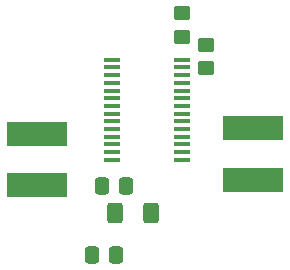
<source format=gbr>
%TF.GenerationSoftware,KiCad,Pcbnew,8.0.6-1.fc40*%
%TF.CreationDate,2024-12-02T14:58:13+01:00*%
%TF.ProjectId,PeltierDriver,50656c74-6965-4724-9472-697665722e6b,rev?*%
%TF.SameCoordinates,Original*%
%TF.FileFunction,Paste,Top*%
%TF.FilePolarity,Positive*%
%FSLAX46Y46*%
G04 Gerber Fmt 4.6, Leading zero omitted, Abs format (unit mm)*
G04 Created by KiCad (PCBNEW 8.0.6-1.fc40) date 2024-12-02 14:58:13*
%MOMM*%
%LPD*%
G01*
G04 APERTURE LIST*
G04 Aperture macros list*
%AMRoundRect*
0 Rectangle with rounded corners*
0 $1 Rounding radius*
0 $2 $3 $4 $5 $6 $7 $8 $9 X,Y pos of 4 corners*
0 Add a 4 corners polygon primitive as box body*
4,1,4,$2,$3,$4,$5,$6,$7,$8,$9,$2,$3,0*
0 Add four circle primitives for the rounded corners*
1,1,$1+$1,$2,$3*
1,1,$1+$1,$4,$5*
1,1,$1+$1,$6,$7*
1,1,$1+$1,$8,$9*
0 Add four rect primitives between the rounded corners*
20,1,$1+$1,$2,$3,$4,$5,0*
20,1,$1+$1,$4,$5,$6,$7,0*
20,1,$1+$1,$6,$7,$8,$9,0*
20,1,$1+$1,$8,$9,$2,$3,0*%
G04 Aperture macros list end*
%ADD10R,1.475000X0.450000*%
%ADD11RoundRect,0.250000X-0.337500X-0.475000X0.337500X-0.475000X0.337500X0.475000X-0.337500X0.475000X0*%
%ADD12RoundRect,0.250000X0.450000X-0.350000X0.450000X0.350000X-0.450000X0.350000X-0.450000X-0.350000X0*%
%ADD13R,5.100000X2.050000*%
%ADD14RoundRect,0.250000X0.400000X0.625000X-0.400000X0.625000X-0.400000X-0.625000X0.400000X-0.625000X0*%
G04 APERTURE END LIST*
D10*
%TO.C,IC1*%
X137162000Y-99575000D03*
X137162000Y-100225000D03*
X137162000Y-100875000D03*
X137162000Y-101525000D03*
X137162000Y-102175000D03*
X137162000Y-102825000D03*
X137162000Y-103475000D03*
X137162000Y-104125000D03*
X137162000Y-104775000D03*
X137162000Y-105425000D03*
X137162000Y-106075000D03*
X137162000Y-106725000D03*
X137162000Y-107375000D03*
X137162000Y-108025000D03*
X143038000Y-108025000D03*
X143038000Y-107375000D03*
X143038000Y-106725000D03*
X143038000Y-106075000D03*
X143038000Y-105425000D03*
X143038000Y-104775000D03*
X143038000Y-104125000D03*
X143038000Y-103475000D03*
X143038000Y-102825000D03*
X143038000Y-102175000D03*
X143038000Y-101525000D03*
X143038000Y-100875000D03*
X143038000Y-100225000D03*
X143038000Y-99575000D03*
%TD*%
D11*
%TO.C,C8*%
X135412500Y-116100000D03*
X137487500Y-116100000D03*
%TD*%
D12*
%TO.C,R1*%
X145100000Y-100300000D03*
X145100000Y-98300000D03*
%TD*%
D13*
%TO.C,L2*%
X130788000Y-105850000D03*
X130788000Y-110200000D03*
%TD*%
D11*
%TO.C,C7*%
X136250500Y-110275000D03*
X138325500Y-110275000D03*
%TD*%
D14*
%TO.C,R3*%
X140450000Y-112550000D03*
X137350000Y-112550000D03*
%TD*%
D12*
%TO.C,R2*%
X143086863Y-97639693D03*
X143086863Y-95639693D03*
%TD*%
D13*
%TO.C,L1*%
X149100000Y-105375000D03*
X149100000Y-109725000D03*
%TD*%
M02*

</source>
